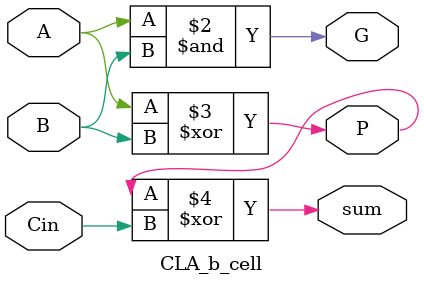
<source format=v>
module CLA_b_cell (
    input wire A, B, Cin,
    output reg G, P, sum
);

always @(*)begin
    G <= A & B;
    P = A ^ B;
    sum = P ^ Cin;
end



endmodule

</source>
